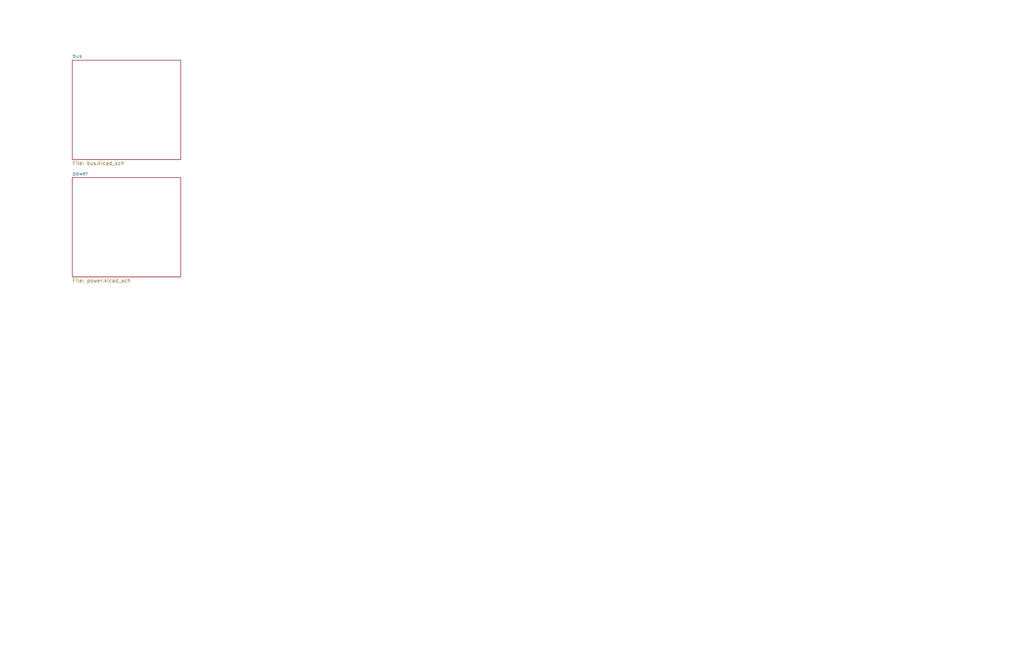
<source format=kicad_sch>
(kicad_sch (version 20211123) (generator eeschema)
  (paper "B")
  (lib_symbols)
  (sheet (at 30.48 25.4) (size 45.72 41.91)
    (property "Sheet name" "bus" (at 30.48 24.5614 0) (effects (font (size 1.524 1.524)) (justify left bottom)))
    (property "Sheet file" "bus.kicad_sch" (at 30.48 67.9962 0) (effects (font (size 1.524 1.524)) (justify left top)))
  )
  (sheet (at 30.48 74.93) (size 45.72 41.91)
    (property "Sheet name" "power" (at 30.48 74.0914 0) (effects (font (size 1.524 1.524)) (justify left bottom)))
    (property "Sheet file" "power.kicad_sch" (at 30.48 117.5262 0) (effects (font (size 1.524 1.524)) (justify left top)))
  )
)
</source>
